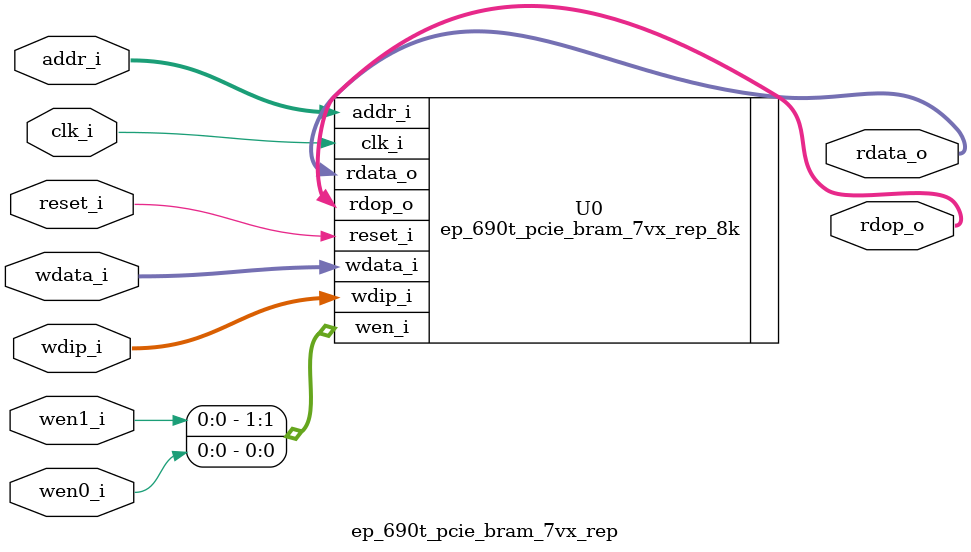
<source format=v>

`timescale 1ps/1ps

module ep_690t_pcie_bram_7vx_rep #(

  parameter IMPL_TARGET = "HARD",         // the implementation target, HARD or SOFT
  parameter NO_DECODE_LOGIC = "TRUE",     // No decode logic, TRUE or FALSE
  parameter INTERFACE_SPEED = "500 MHZ",  // the memory interface speed, 500 MHz or 250 MHz.
  parameter COMPLETION_SPACE = "16 KB"    // the completion FIFO spec, 8KB or 16KB

) (
  input               clk_i,     // user clock
  input               reset_i,   // bram reset

  input    [8:0]      addr_i,    // write address
  input  [127:0]      wdata_i,   // write data
  input   [15:0]      wdip_i,    // write parity
  input               wen0_i,    // write enable
  input               wen1_i,    // write enable

  output [127:0]      rdata_o,   // read data
  output  [15:0]      rdop_o     // read parity

);


  ep_690t_pcie_bram_7vx_rep_8k # (

    .IMPL_TARGET(IMPL_TARGET),
    .NO_DECODE_LOGIC(NO_DECODE_LOGIC),
    .INTERFACE_SPEED(INTERFACE_SPEED),
    .COMPLETION_SPACE(COMPLETION_SPACE)


  )
  U0
  (
    .clk_i              (clk_i),
    .reset_i            (reset_i),

    .addr_i             (addr_i[8:0]),
    .wdata_i            (wdata_i[127:0]),
    .wdip_i             (wdip_i[15:0]),
    .wen_i              ({wen1_i, wen0_i}),

    .rdata_o            (rdata_o[127:0]),
    .rdop_o             (rdop_o[15:0])

  );

endmodule // pcie_bram_7x_rep

</source>
